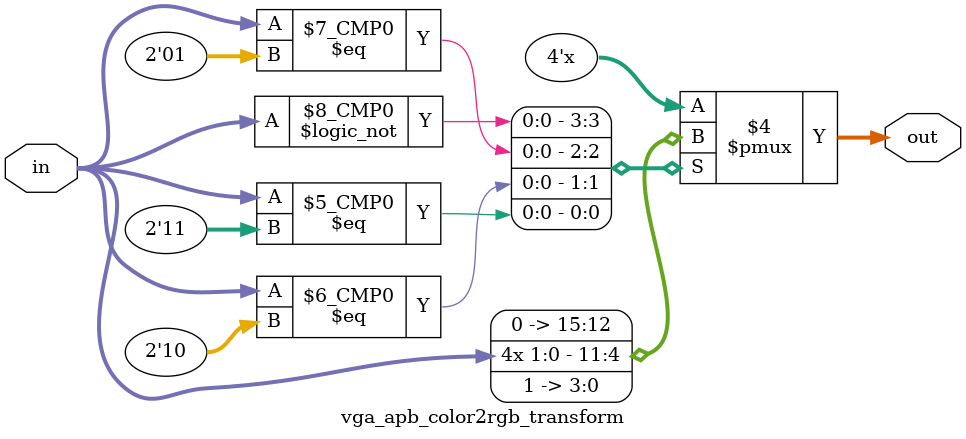
<source format=sv>
/* VGA controller with APB interface. Features:
		Use BRAM for framebuffer
		8-bits per pixel
		support 640x480 videomode, but it's easy to change it
*/
module vga_apb # (
	parameter SCREEN_WIDTH = 640,
	parameter SCREEN_HEIGHT = 480,
	parameter APB_ADDR_WIDTH = $clog2(SCREEN_WIDTH * SCREEN_HEIGHT),
	parameter APB_DATA_WIDTH = 32,
	parameter VGA_OUTPUT_COLOR_DEPTH = 4
) (
	input  logic                      clk_i,
	input  logic                      rstn_i,

	// Connect to APB
	input  logic [APB_ADDR_WIDTH-1:0] apb_paddr_i,
	input  logic [APB_DATA_WIDTH-1:0] apb_pwdata_i,
	input  logic                      apb_pwrite_i,
	input  logic                      apb_psel_i,
	input  logic                      apb_penable_i,
	output logic [APB_DATA_WIDTH-1:0] apb_prdata_o,
	output logic                      apb_pready_o,
	output logic                      apb_pslverr_o,

	// We need a separate clock frequency for VGA (25.175 MHz for 640x480) and a separate reset signal synchronous with it.
	input logic vga_clk_i,
	input logic vga_rstn_i,

	// VGA synchronization output
	output logic vga_hs_o,
    output logic vga_vs_o,

	// VGA video output
    output logic [VGA_OUTPUT_COLOR_DEPTH-1:0] vga_r_o,
    output logic [VGA_OUTPUT_COLOR_DEPTH-1:0] vga_g_o,
    output logic [VGA_OUTPUT_COLOR_DEPTH-1:0] vga_b_o
);


	// Horizontal timings (in pixels), for 640x480
	localparam HT_VISIBLE_AREA = 640;
	localparam HT_FRONT_PORCH = 16;
	localparam HT_SYNC_PULSE = 96;
	localparam HT_BACK_PORCH = 48;
	localparam HT_WHOLE_LINE = 800;

	// Vertical timing (in lines), for 640x480
	localparam VT_VISIBLE_AREA = 480;
	localparam VT_FRONT_PORCH = 10;
	localparam VT_SYNC_PULSE = 2;
	localparam VT_BACK_PORCH = 33;
	localparam VT_WHOLE_FRAME = 525;


	/* Buffer for current frame. The image is stored line-by-line. Use 8 bits per pixel.
	To make the screen black at the beginning, we initialize the buffer with zeros. */
	logic [31:0] framebuffer[SCREEN_WIDTH * SCREEN_HEIGHT / 4];
	initial begin
		for (int i=0; i<SCREEN_WIDTH * SCREEN_HEIGHT / 4; i++)
			framebuffer[i] = '0;
	end


	// Execute APB transactions
	logic [APB_ADDR_WIDTH-1:0] apb_req;
	assign apb_req = rstn_i && apb_psel_i && !apb_penable_i;
	always_ff @(posedge clk_i)
		apb_pready_o <= apb_req;
	assign apb_pslverr_o = 1'b0;

	// Check address and get most significant bits (drop 2 least bits)
	logic [APB_ADDR_WIDTH-3:0] apb_index;
	assign apb_index = apb_paddr_i[APB_ADDR_WIDTH-1:2];
	assign apb_addr_correct = apb_paddr_i < (SCREEN_WIDTH * SCREEN_HEIGHT);

	// Execute APB read transaction
	always_ff @(posedge clk_i) begin
		if (apb_req && !apb_pwrite_i && apb_addr_correct) begin
			apb_prdata_o <= framebuffer[apb_index];
		end else begin
			apb_prdata_o <= '0;
		end
	end

	// Execute APB write transaction
	always_ff @(posedge clk_i)
		if (apb_req && apb_pwrite_i && apb_addr_correct)
			framebuffer[apb_index] <= apb_pwdata_i;


	// Use FSM for VGA synchronization. Store current state, pixel and line counters
	enum logic [1:0] {VISIBLE_AREA, FRONT_PORCH, SYNC_PULSE, BACK_PORCH} horz_state, horz_next_state, vert_state, vert_next_state;
	logic [$clog2(HT_VISIBLE_AREA)-1:0] horz_cnt, horz_cnt_next;
	logic [$clog2(VT_VISIBLE_AREA)-1:0] vert_cnt, vert_cnt_next;

	always_ff @(posedge vga_clk_i) begin
		if (!vga_rstn_i) begin
			horz_state <= VISIBLE_AREA;
			vert_state <= VISIBLE_AREA;
			horz_cnt <= '0;
			vert_cnt <= '0;
		end else begin
			horz_state <= horz_next_state;
			vert_state <= vert_next_state;
			horz_cnt <= horz_cnt_next;
			vert_cnt <= vert_cnt_next;
		end
	end


	// Horizontal synchronization
	logic next_line; // transition to a new line was occured
	always_comb begin
		horz_next_state = horz_state;
		horz_cnt_next = horz_cnt + 1;
		next_line = 1'b0;
		
		case (horz_state)
			VISIBLE_AREA:
				if (horz_cnt == HT_VISIBLE_AREA-1) begin
					horz_next_state = FRONT_PORCH;
					horz_cnt_next = '0;
				end
			FRONT_PORCH:
				if (horz_cnt == HT_FRONT_PORCH-1) begin
					horz_next_state = SYNC_PULSE;
					horz_cnt_next = '0;
				end
			SYNC_PULSE:
				if (horz_cnt == HT_SYNC_PULSE-1) begin
					horz_next_state = BACK_PORCH;
					horz_cnt_next = '0;
				end
			BACK_PORCH:
				if (horz_cnt == HT_BACK_PORCH-1) begin
					horz_next_state = VISIBLE_AREA;
					horz_cnt_next = '0;
					next_line = 1'b1;
				end
		endcase
	end


	// Vertical synchronization
	logic next_frame; // transition to a new frame was occured
	always_comb begin
		vert_next_state = vert_state;
		vert_cnt_next = vert_cnt;
		next_frame = 1'b0;

		if (next_line) begin
			vert_cnt_next = vert_cnt + 1;
			case (vert_state)
				VISIBLE_AREA:
					if (vert_cnt == VT_VISIBLE_AREA-1) begin
						vert_next_state = FRONT_PORCH;
						vert_cnt_next = '0;
					end
				FRONT_PORCH:
					if (vert_cnt == VT_FRONT_PORCH-1) begin
						vert_next_state = SYNC_PULSE;
						vert_cnt_next = '0;
					end
				SYNC_PULSE:
					if (vert_cnt == VT_SYNC_PULSE-1) begin
						vert_next_state = BACK_PORCH;
						vert_cnt_next = '0;
					end
				BACK_PORCH:
					if (vert_cnt == VT_BACK_PORCH-1) begin
						vert_next_state = VISIBLE_AREA;
						vert_cnt_next = 0;
						next_frame = 1'b1;
					end
			endcase
		end
	end


	// Sync pulse generation
	logic vga_hs, vga_vs;
	assign vga_hs = horz_state != SYNC_PULSE;
	assign vga_vs = vert_state != SYNC_PULSE;
	
	
	// Determine whether a pixel should be displayed on the screen
	logic pixel_present;
	assign pixel_present = (vert_state==VISIBLE_AREA) && (horz_state==VISIBLE_AREA);
	

	/* Counter of the current pixel address in memory. For read pixel color from framebuffer we 
		also need to store pixel cell (pixel address in words) and pixel offset in word. */
	logic [$clog2(SCREEN_WIDTH * SCREEN_HEIGHT)-1:0] pixel_addr, pixel_addr_next;
	logic [$clog2(SCREEN_WIDTH * SCREEN_HEIGHT)-3:0] pixel_index;
	logic [1:0] pixel_offset;

	always_comb begin
		pixel_addr_next = pixel_present ? (pixel_addr + 1) : pixel_addr;
		if (!vga_rstn_i || next_frame)
			pixel_addr_next = '0;
	end
	
	always_ff @(posedge vga_clk_i) begin
		pixel_addr <= pixel_addr_next;
		pixel_index <= pixel_addr_next[$clog2(SCREEN_WIDTH * SCREEN_HEIGHT)-1:2];
		pixel_offset <= pixel_addr_next[1:0];
	end


	/*	
	 *	It takes 2 additional clock cycles to get RGB for each pixel:
	 *		1) Reading a word from the framebuffer
	 * 		2) Extract pixel color from the read word and convert it into RGB values
	 *	Therefore, to work correctly, you need to add an additional 2 clock cycles delay
	 *	for synchronization signals and pixel_present signal.
	*/
	logic [1:0] pixel_present_ff, vga_hs_ff, vga_vs_ff;
	always_ff @(posedge vga_clk_i) begin
		pixel_present_ff <= {pixel_present, pixel_present_ff[1]};
		vga_hs_ff <= {vga_hs, vga_hs_ff[1]};
		vga_vs_ff <= {vga_vs, vga_vs_ff[1]};
	end
	

	/* Read pixels colors from framebuffer.
		There is an additional delay due to reading the video memory and registers.
		So we need add flip-flop to pixel_offset register */
	logic [31:0] pixels_color;
	logic [1:0] pixel_offset_ff;
	always_ff @(posedge vga_clk_i) begin
		pixels_color <= framebuffer[pixel_index];
		pixel_offset_ff <= pixel_offset;
	end


	// Get pixel color from read data
	logic [7:0] pixel_color;
	always_comb begin
		case (pixel_offset_ff)
			2'b00: pixel_color = pixels_color[7:0];
			2'b01: pixel_color = pixels_color[15:8];
			2'b10: pixel_color = pixels_color[23:16];
			2'b11: pixel_color = pixels_color[31:24];
		endcase
	end
	

	// Transfrom 8-bit color to RGB values. This operation takes 1 additional cycle.
	logic [VGA_OUTPUT_COLOR_DEPTH-1:0] pixel_r, pixel_g, pixel_b;
	vga_apb_color2rgb # (
		.VGA_OUTPUT_COLOR_DEPTH(VGA_OUTPUT_COLOR_DEPTH)
	) vga_apb_color2rgb_inst (
		.clk_i(vga_clk_i),
		.color_i(pixel_color),
		.r_o(pixel_r),
		.g_o(pixel_g),
		.b_o(pixel_b)
	);
	

	// VGA output: synchronization signals and current pixel RGB (in visible area) or 0
	always_ff @(posedge vga_clk_i) begin
		vga_hs_o <= vga_hs_ff[0];
		vga_vs_o <= vga_vs_ff[0];

		vga_r_o <= pixel_present_ff[0] ? pixel_r : '0;
		vga_g_o <= pixel_present_ff[0] ? pixel_g : '0;
		vga_b_o <= pixel_present_ff[0] ? pixel_b : '0;
	end

endmodule



/* Transform 8-bit number to RGB values. This operation takes 2 cycles. There are 2 ways of transform:
	1) Use palette - tables with RGB values for each pixel number
	2) Convert each color channel. In this case, 2 bits per channel are used.
		Bits in color_i 5:4 are for red, bits 3:2 for green and bits 1:0 for blue color.
*/
module vga_apb_color2rgb #(
	parameter VGA_OUTPUT_COLOR_DEPTH = 4,
	parameter USE_PALETTE = 0
) (
	input logic clk_i,
	input logic [7:0] color_i,

	output logic [VGA_OUTPUT_COLOR_DEPTH-1:0] r_o,
	output logic [VGA_OUTPUT_COLOR_DEPTH-1:0] g_o,
	output logic [VGA_OUTPUT_COLOR_DEPTH-1:0] b_o
);
	generate
		
		if (USE_PALETTE == 1) begin // Use palette 

			logic [VGA_OUTPUT_COLOR_DEPTH*3-1:0] palette[0:255];
			always_ff @(posedge clk_i) begin
				r_o <= palette[color_i][VGA_OUTPUT_COLOR_DEPTH*3-1:VGA_OUTPUT_COLOR_DEPTH*2];
				g_o <= palette[color_i][VGA_OUTPUT_COLOR_DEPTH*2-1:VGA_OUTPUT_COLOR_DEPTH*1];
				b_o <= palette[color_i][VGA_OUTPUT_COLOR_DEPTH*1-1:VGA_OUTPUT_COLOR_DEPTH*0];
			end

			// You have to set the palette. You can read it from the file.
			initial
				$readmemb("vga_palette.mem", palette);
			
		end else begin // Convert each color channel
			
			logic [VGA_OUTPUT_COLOR_DEPTH-1:0] r, g, b;
			vga_apb_color2rgb_transform r_inst(.in(color_i[5:4]), .out(r));
			vga_apb_color2rgb_transform g_inst(.in(color_i[3:2]), .out(g));
			vga_apb_color2rgb_transform b_inst(.in(color_i[1:0]), .out(b));

			always_ff @(posedge clk_i) begin
				r_o <= r;
				g_o <= g;
				b_o <= b;
			end

		end

	endgenerate
endmodule



// Transform 2 bits color channel value to VGA_OUTPUT_COLOR_DEPTH bits
// IMPORTANT: You should change this module if VGA_OUTPUT_COLOR_DEPTH!=4
module vga_apb_color2rgb_transform # (
	parameter VGA_OUTPUT_COLOR_DEPTH = 4
) (
	input logic [1:0] in,
	output logic [VGA_OUTPUT_COLOR_DEPTH-1:0] out
);

	always_comb begin
		case (in)
			2'b00: out = '0; 
			2'b01: out = {in, in}; // only for VGA_OUTPUT_COLOR_DEPTH=4 (out = in/3*15 = in*4+in) !!!
			2'b10: out = {in, in}; // only for VGA_OUTPUT_COLOR_DEPTH=4 (out = in/3*15 = in*4+in) !!!
			2'b11: out = '1;
		endcase
	end

endmodule

</source>
